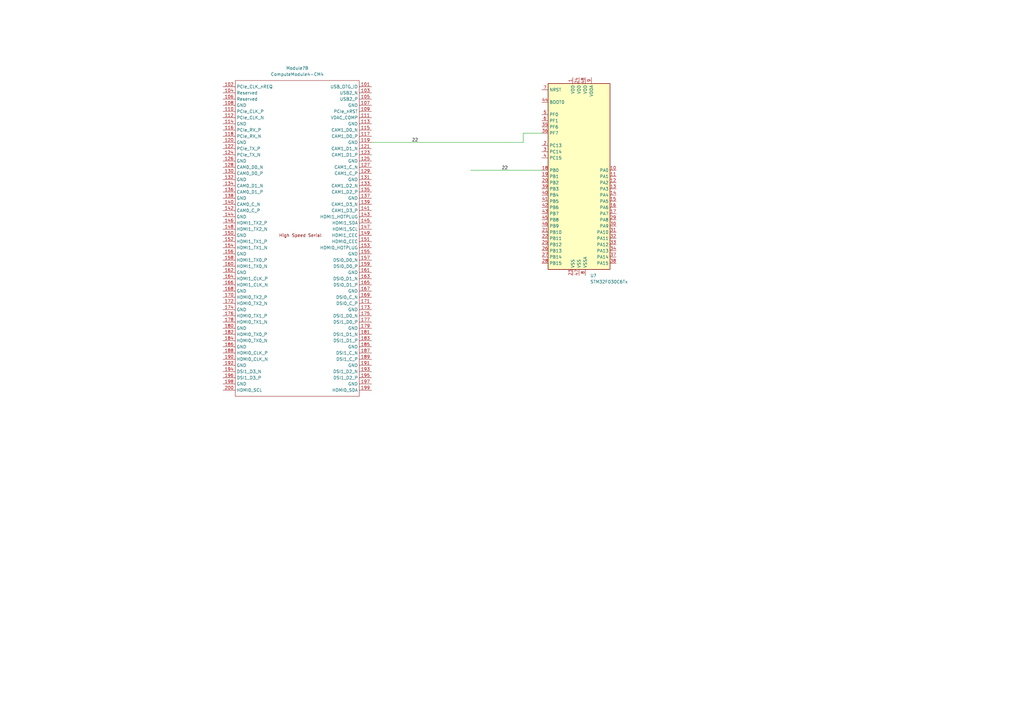
<source format=kicad_sch>
(kicad_sch (version 20211123) (generator eeschema)
  (paper "A3")
  (lib_symbols
    (symbol "MCU_ST_STM32F0:STM32F030C6Tx"
      (property "Reference" "U" (at -12.7 39.37 0))
      (property "Value" "STM32F030C6Tx" (at 7.62 39.37 0))
      (symbol "STM32F030C6Tx_0_1"
        (rectangle (start -12.7 -38.1) (end 12.7 38.1) (stroke (width 0.254)) (fill (type background)))
      )
      (symbol "STM32F030C6Tx_1_1"
        (pin power_in line (at -2.54 40.64 270) (length 2.54) (name "VDD") (number "1"))
        (pin bidirectional line (at 15.24 2.54 180) (length 2.54) (name "PA0") (number "10"))
        (pin bidirectional line (at 15.24 0 180) (length 2.54) (name "PA1") (number "11"))
        (pin bidirectional line (at 15.24 -2.54 180) (length 2.54) (name "PA2") (number "12"))
        (pin bidirectional line (at 15.24 -5.08 180) (length 2.54) (name "PA3") (number "13"))
        (pin bidirectional line (at 15.24 -7.62 180) (length 2.54) (name "PA4") (number "14"))
        (pin bidirectional line (at 15.24 -10.16 180) (length 2.54) (name "PA5") (number "15"))
        (pin bidirectional line (at 15.24 -12.7 180) (length 2.54) (name "PA6") (number "16"))
        (pin bidirectional line (at 15.24 -15.24 180) (length 2.54) (name "PA7") (number "17"))
        (pin bidirectional line (at -15.24 2.54 0) (length 2.54) (name "PB0") (number "18"))
        (pin bidirectional line (at -15.24 0 0) (length 2.54) (name "PB1") (number "19"))
        (pin bidirectional line (at -15.24 12.7 0) (length 2.54) (name "PC13") (number "2"))
        (pin bidirectional line (at -15.24 -2.54 0) (length 2.54) (name "PB2") (number "20"))
        (pin bidirectional line (at -15.24 -22.86 0) (length 2.54) (name "PB10") (number "21"))
        (pin bidirectional line (at -15.24 -25.4 0) (length 2.54) (name "PB11") (number "22"))
        (pin power_in line (at -2.54 -40.64 90) (length 2.54) (name "VSS") (number "23"))
        (pin power_in line (at 0 40.64 270) (length 2.54) (name "VDD") (number "24"))
        (pin bidirectional line (at -15.24 -27.94 0) (length 2.54) (name "PB12") (number "25"))
        (pin bidirectional line (at -15.24 -30.48 0) (length 2.54) (name "PB13") (number "26"))
        (pin bidirectional line (at -15.24 -33.02 0) (length 2.54) (name "PB14") (number "27"))
        (pin bidirectional line (at -15.24 -35.56 0) (length 2.54) (name "PB15") (number "28"))
        (pin bidirectional line (at 15.24 -17.78 180) (length 2.54) (name "PA8") (number "29"))
        (pin bidirectional line (at -15.24 10.16 0) (length 2.54) (name "PC14") (number "3"))
        (pin bidirectional line (at 15.24 -20.32 180) (length 2.54) (name "PA9") (number "30"))
        (pin bidirectional line (at 15.24 -22.86 180) (length 2.54) (name "PA10") (number "31"))
        (pin bidirectional line (at 15.24 -25.4 180) (length 2.54) (name "PA11") (number "32"))
        (pin bidirectional line (at 15.24 -27.94 180) (length 2.54) (name "PA12") (number "33"))
        (pin bidirectional line (at 15.24 -30.48 180) (length 2.54) (name "PA13") (number "34"))
        (pin bidirectional line (at -15.24 20.32 0) (length 2.54) (name "PF6") (number "35"))
        (pin bidirectional line (at -15.24 17.78 0) (length 2.54) (name "PF7") (number "36"))
        (pin bidirectional line (at 15.24 -33.02 180) (length 2.54) (name "PA14") (number "37"))
        (pin bidirectional line (at 15.24 -35.56 180) (length 2.54) (name "PA15") (number "38"))
        (pin bidirectional line (at -15.24 -5.08 0) (length 2.54) (name "PB3") (number "39"))
        (pin bidirectional line (at -15.24 7.62 0) (length 2.54) (name "PC15") (number "4"))
        (pin bidirectional line (at -15.24 -7.62 0) (length 2.54) (name "PB4") (number "40"))
        (pin bidirectional line (at -15.24 -10.16 0) (length 2.54) (name "PB5") (number "41"))
        (pin bidirectional line (at -15.24 -12.7 0) (length 2.54) (name "PB6") (number "42"))
        (pin bidirectional line (at -15.24 -15.24 0) (length 2.54) (name "PB7") (number "43"))
        (pin input line (at -15.24 30.48 0) (length 2.54) (name "BOOT0") (number "44"))
        (pin bidirectional line (at -15.24 -17.78 0) (length 2.54) (name "PB8") (number "45"))
        (pin bidirectional line (at -15.24 -20.32 0) (length 2.54) (name "PB9") (number "46"))
        (pin power_in line (at 0 -40.64 90) (length 2.54) (name "VSS") (number "47"))
        (pin power_in line (at 2.54 40.64 270) (length 2.54) (name "VDD") (number "48"))
        (pin input line (at -15.24 25.4 0) (length 2.54) (name "PF0") (number "5"))
        (pin input line (at -15.24 22.86 0) (length 2.54) (name "PF1") (number "6"))
        (pin input line (at -15.24 35.56 0) (length 2.54) (name "NRST") (number "7"))
        (pin power_in line (at 2.54 -40.64 90) (length 2.54) (name "VSSA") (number "8"))
        (pin power_in line (at 5.08 40.64 270) (length 2.54) (name "VDDA") (number "9"))
      )
    )
    (symbol "haha:ComputeModule4-CM4"
      (property "Reference" "Module1" (at -2.54 61.595 0))
      (property "Value" "ComputeModule4-CM4" (at -2.54 59.2836 0))
      (symbol "ComputeModule4-CM4_1_0"
        (text "GPIO" (at 0 6.35 0) (effects (font (size 1.27 1.27))))
      )
      (symbol "ComputeModule4-CM4_1_1"
        (rectangle (start -30.48 -71.12) (end 25.4 58.42))
        (text "600mA Max" (at -8.89 -53.34 0) (effects (font (size 1.27 1.27))))
        (text "600mA Max" (at -8.89 -48.26 0) (effects (font (size 1.27 1.27))))
        (text "NB SD signals are only available" (at -1.27 -27.94 0) (effects (font (size 1.27 1.27))))
        (text "on modules without eMMC" (at -1.27 -30.48 0) (effects (font (size 1.27 1.27))))
        (pin power_in line (at 27.94 55.88 180) (length 2.54) (name "GND") (number "1"))
        (pin passive line (at -33.02 45.72 0) (length 2.54) (name "Ethernet_Pair0_N") (number "10"))
        (pin output line (at -33.02 -68.58 0) (length 2.54) (name "nEXTRST") (number "100"))
        (pin passive line (at 27.94 43.18 180) (length 2.54) (name "Ethernet_Pair2_P") (number "11"))
        (pin passive line (at -33.02 43.18 0) (length 2.54) (name "Ethernet_Pair0_P") (number "12"))
        (pin power_in line (at 27.94 40.64 180) (length 2.54) (name "GND") (number "13"))
        (pin power_in line (at -33.02 40.64 0) (length 2.54) (name "GND") (number "14"))
        (pin output line (at 27.94 38.1 180) (length 2.54) (name "Ethernet_nLED3(3.3v)") (number "15"))
        (pin input line (at -33.02 38.1 0) (length 2.54) (name "Ethernet_SYNC_IN(1.8v)") (number "16"))
        (pin output line (at 27.94 35.56 180) (length 2.54) (name "Ethernet_nLED2(3.3v)") (number "17"))
        (pin input line (at -33.02 35.56 0) (length 2.54) (name "Ethernet_SYNC_OUT(1.8v)") (number "18"))
        (pin output line (at 27.94 33.02 180) (length 2.54) (name "Ethernet_nLED1(3.3v)") (number "19"))
        (pin power_in line (at -33.02 55.88 0) (length 2.54) (name "GND") (number "2"))
        (pin passive line (at -33.02 33.02 0) (length 2.54) (name "EEPROM_nWP") (number "20"))
        (pin open_collector line (at 27.94 30.48 180) (length 2.54) (name "PI_nLED_Activity") (number "21"))
        (pin power_in line (at -33.02 30.48 0) (length 2.54) (name "GND") (number "22"))
        (pin power_in line (at 27.94 27.94 180) (length 2.54) (name "GND") (number "23"))
        (pin passive line (at -33.02 27.94 0) (length 2.54) (name "GPIO26") (number "24"))
        (pin passive line (at 27.94 25.4 180) (length 2.54) (name "GPIO21") (number "25"))
        (pin passive line (at -33.02 25.4 0) (length 2.54) (name "GPIO19") (number "26"))
        (pin passive line (at 27.94 22.86 180) (length 2.54) (name "GPIO20") (number "27"))
        (pin passive line (at -33.02 22.86 0) (length 2.54) (name "GPIO13") (number "28"))
        (pin passive line (at 27.94 20.32 180) (length 2.54) (name "GPIO16") (number "29"))
        (pin passive line (at 27.94 53.34 180) (length 2.54) (name "Ethernet_Pair3_P") (number "3"))
        (pin passive line (at -33.02 20.32 0) (length 2.54) (name "GPIO6") (number "30"))
        (pin passive line (at 27.94 17.78 180) (length 2.54) (name "GPIO12") (number "31"))
        (pin power_in line (at -33.02 17.78 0) (length 2.54) (name "GND") (number "32"))
        (pin power_in line (at 27.94 15.24 180) (length 2.54) (name "GND") (number "33"))
        (pin passive line (at -33.02 15.24 0) (length 2.54) (name "GPIO5") (number "34"))
        (pin passive line (at 27.94 12.7 180) (length 2.54) (name "ID_SC") (number "35"))
        (pin passive line (at -33.02 12.7 0) (length 2.54) (name "ID_SD") (number "36"))
        (pin passive line (at 27.94 10.16 180) (length 2.54) (name "GPIO7") (number "37"))
        (pin passive line (at -33.02 10.16 0) (length 2.54) (name "GPIO11") (number "38"))
        (pin passive line (at 27.94 7.62 180) (length 2.54) (name "GPIO8") (number "39"))
        (pin passive line (at -33.02 53.34 0) (length 2.54) (name "Ethernet_Pair1_P") (number "4"))
        (pin passive line (at -33.02 7.62 0) (length 2.54) (name "GPIO9") (number "40"))
        (pin passive line (at 27.94 5.08 180) (length 2.54) (name "GPIO25") (number "41"))
        (pin power_in line (at -33.02 5.08 0) (length 2.54) (name "GND") (number "42"))
        (pin power_in line (at 27.94 2.54 180) (length 2.54) (name "GND") (number "43"))
        (pin passive line (at -33.02 2.54 0) (length 2.54) (name "GPIO10") (number "44"))
        (pin passive line (at 27.94 0 180) (length 2.54) (name "GPIO24") (number "45"))
        (pin passive line (at -33.02 0 0) (length 2.54) (name "GPIO22") (number "46"))
        (pin passive line (at 27.94 -2.54 180) (length 2.54) (name "GPIO23") (number "47"))
        (pin passive line (at -33.02 -2.54 0) (length 2.54) (name "GPIO27") (number "48"))
        (pin passive line (at 27.94 -5.08 180) (length 2.54) (name "GPIO18") (number "49"))
        (pin passive line (at 27.94 50.8 180) (length 2.54) (name "Ethernet_Pair3_N") (number "5"))
        (pin passive line (at -33.02 -5.08 0) (length 2.54) (name "GPIO17") (number "50"))
        (pin passive line (at 27.94 -7.62 180) (length 2.54) (name "GPIO15") (number "51"))
        (pin power_in line (at -33.02 -7.62 0) (length 2.54) (name "GND") (number "52"))
        (pin power_in line (at 27.94 -10.16 180) (length 2.54) (name "GND") (number "53"))
        (pin passive line (at -33.02 -10.16 0) (length 2.54) (name "GPIO4") (number "54"))
        (pin passive line (at 27.94 -12.7 180) (length 2.54) (name "GPIO14") (number "55"))
        (pin passive line (at -33.02 -12.7 0) (length 2.54) (name "GPIO3") (number "56"))
        (pin passive line (at 27.94 -15.24 180) (length 2.54) (name "SD_CLK") (number "57"))
        (pin passive line (at -33.02 -15.24 0) (length 2.54) (name "GPIO2") (number "58"))
        (pin power_in line (at 27.94 -17.78 180) (length 2.54) (name "GND") (number "59"))
        (pin passive line (at -33.02 50.8 0) (length 2.54) (name "Ethernet_Pair1_N") (number "6"))
        (pin power_in line (at -33.02 -17.78 0) (length 2.54) (name "GND") (number "60"))
        (pin passive line (at 27.94 -20.32 180) (length 2.54) (name "SD_DAT3") (number "61"))
        (pin passive line (at -33.02 -20.32 0) (length 2.54) (name "SD_CMD") (number "62"))
        (pin passive line (at 27.94 -22.86 180) (length 2.54) (name "SD_DAT0") (number "63"))
        (pin passive line (at -33.02 -22.86 0) (length 2.54) (name "SD_DAT5") (number "64"))
        (pin power_in line (at 27.94 -25.4 180) (length 2.54) (name "GND") (number "65"))
        (pin power_in line (at -33.02 -25.4 0) (length 2.54) (name "GND") (number "66"))
        (pin passive line (at 27.94 -27.94 180) (length 2.54) (name "SD_DAT1") (number "67"))
        (pin passive line (at -33.02 -27.94 0) (length 2.54) (name "SD_DAT4") (number "68"))
        (pin passive line (at 27.94 -30.48 180) (length 2.54) (name "SD_DAT2") (number "69"))
        (pin power_in line (at 27.94 48.26 180) (length 2.54) (name "GND") (number "7"))
        (pin passive line (at -33.02 -30.48 0) (length 2.54) (name "SD_DAT7") (number "70"))
        (pin power_in line (at 27.94 -33.02 180) (length 2.54) (name "GND") (number "71"))
        (pin passive line (at -33.02 -33.02 0) (length 2.54) (name "SD_DAT6") (number "72"))
        (pin input line (at 27.94 -35.56 180) (length 2.54) (name "SD_VDD_Override") (number "73"))
        (pin power_in line (at -33.02 -35.56 0) (length 2.54) (name "GND") (number "74"))
        (pin output line (at 27.94 -38.1 180) (length 2.54) (name "SD_PWR_ON") (number "75"))
        (pin passive line (at -33.02 -38.1 0) (length 2.54) (name "Reserved") (number "76"))
        (pin power_in line (at 27.94 -40.64 180) (length 2.54) (name "+5v_(Input)") (number "77"))
        (pin power_in line (at -33.02 -40.64 0) (length 2.54) (name "GPIO_VREF(1.8v/3.3v_Input)") (number "78"))
        (pin power_in line (at 27.94 -43.18 180) (length 2.54) (name "+5v_(Input)") (number "79"))
        (pin power_in line (at -33.02 48.26 0) (length 2.54) (name "GND") (number "8"))
        (pin passive line (at -33.02 -43.18 0) (length 2.54) (name "SCL0") (number "80"))
        (pin power_in line (at 27.94 -45.72 180) (length 2.54) (name "+5v_(Input)") (number "81"))
        (pin passive line (at -33.02 -45.72 0) (length 2.54) (name "SDA0") (number "82"))
        (pin power_in line (at 27.94 -48.26 180) (length 2.54) (name "+5v_(Input)") (number "83"))
        (pin power_out line (at -33.02 -48.26 0) (length 2.54) (name "+3.3v_(Output)") (number "84"))
        (pin power_in line (at 27.94 -50.8 180) (length 2.54) (name "+5v_(Input)") (number "85"))
        (pin power_out line (at -33.02 -50.8 0) (length 2.54) (name "+3.3v_(Output)") (number "86"))
        (pin power_in line (at 27.94 -53.34 180) (length 2.54) (name "+5v_(Input)") (number "87"))
        (pin power_out line (at -33.02 -53.34 0) (length 2.54) (name "+1.8v_(Output)") (number "88"))
        (pin input line (at 27.94 -55.88 180) (length 2.54) (name "WL_nDisable") (number "89"))
        (pin passive line (at 27.94 45.72 180) (length 2.54) (name "Ethernet_Pair2_N") (number "9"))
        (pin power_out line (at -33.02 -55.88 0) (length 2.54) (name "+1.8v_(Output)") (number "90"))
        (pin input line (at 27.94 -58.42 180) (length 2.54) (name "BT_nDisable") (number "91"))
        (pin passive line (at -33.02 -58.42 0) (length 2.54) (name "RUN_PG") (number "92"))
        (pin input line (at 27.94 -60.96 180) (length 2.54) (name "nRPIBOOT") (number "93"))
        (pin passive line (at -33.02 -60.96 0) (length 2.54) (name "AnalogIP1") (number "94"))
        (pin output line (at 27.94 -63.5 180) (length 2.54) (name "nPI_LED_PWR") (number "95"))
        (pin passive line (at -33.02 -63.5 0) (length 2.54) (name "AnalogIP0") (number "96"))
        (pin passive line (at 27.94 -66.04 180) (length 2.54) (name "Camera_GPIO") (number "97"))
        (pin power_in line (at -33.02 -66.04 0) (length 2.54) (name "GND") (number "98"))
        (pin input line (at 27.94 -68.58 180) (length 2.54) (name "Global_EN") (number "99"))
      )
      (symbol "ComputeModule4-CM4_2_1"
        (rectangle (start 114.3 -66.04) (end 165.1 63.5))
        (text "High Speed Serial" (at 140.97 0 0) (effects (font (size 1.27 1.27))))
        (pin input line (at 170.18 60.96 180) (length 5.08) (name "USB_OTG_ID") (number "101"))
        (pin input line (at 109.22 60.96 0) (length 5.08) (name "PCIe_CLK_nREQ") (number "102"))
        (pin passive line (at 170.18 58.42 180) (length 5.08) (name "USB2_N") (number "103"))
        (pin passive line (at 109.22 58.42 0) (length 5.08) (name "Reserved") (number "104"))
        (pin passive line (at 170.18 55.88 180) (length 5.08) (name "USB2_P") (number "105"))
        (pin passive line (at 109.22 55.88 0) (length 5.08) (name "Reserved") (number "106"))
        (pin power_in line (at 170.18 53.34 180) (length 5.08) (name "GND") (number "107"))
        (pin power_in line (at 109.22 53.34 0) (length 5.08) (name "GND") (number "108"))
        (pin bidirectional line (at 170.18 50.8 180) (length 5.08) (name "PCIe_nRST") (number "109"))
        (pin output line (at 109.22 50.8 0) (length 5.08) (name "PCIe_CLK_P") (number "110"))
        (pin passive line (at 170.18 48.26 180) (length 5.08) (name "VDAC_COMP") (number "111"))
        (pin output line (at 109.22 48.26 0) (length 5.08) (name "PCIe_CLK_N") (number "112"))
        (pin power_in line (at 170.18 45.72 180) (length 5.08) (name "GND") (number "113"))
        (pin power_in line (at 109.22 45.72 0) (length 5.08) (name "GND") (number "114"))
        (pin input line (at 170.18 43.18 180) (length 5.08) (name "CAM1_D0_N") (number "115"))
        (pin input line (at 109.22 43.18 0) (length 5.08) (name "PCIe_RX_P") (number "116"))
        (pin input line (at 170.18 40.64 180) (length 5.08) (name "CAM1_D0_P") (number "117"))
        (pin input line (at 109.22 40.64 0) (length 5.08) (name "PCIe_RX_N") (number "118"))
        (pin power_in line (at 170.18 38.1 180) (length 5.08) (name "GND") (number "119"))
        (pin power_in line (at 109.22 38.1 0) (length 5.08) (name "GND") (number "120"))
        (pin input line (at 170.18 35.56 180) (length 5.08) (name "CAM1_D1_N") (number "121"))
        (pin output line (at 109.22 35.56 0) (length 5.08) (name "PCIe_TX_P") (number "122"))
        (pin input line (at 170.18 33.02 180) (length 5.08) (name "CAM1_D1_P") (number "123"))
        (pin output line (at 109.22 33.02 0) (length 5.08) (name "PCIe_TX_N") (number "124"))
        (pin power_in line (at 170.18 30.48 180) (length 5.08) (name "GND") (number "125"))
        (pin power_in line (at 109.22 30.48 0) (length 5.08) (name "GND") (number "126"))
        (pin input line (at 170.18 27.94 180) (length 5.08) (name "CAM1_C_N") (number "127"))
        (pin input line (at 109.22 27.94 0) (length 5.08) (name "CAM0_D0_N") (number "128"))
        (pin input line (at 170.18 25.4 180) (length 5.08) (name "CAM1_C_P") (number "129"))
        (pin input line (at 109.22 25.4 0) (length 5.08) (name "CAM0_D0_P") (number "130"))
        (pin power_in line (at 170.18 22.86 180) (length 5.08) (name "GND") (number "131"))
        (pin power_in line (at 109.22 22.86 0) (length 5.08) (name "GND") (number "132"))
        (pin input line (at 170.18 20.32 180) (length 5.08) (name "CAM1_D2_N") (number "133"))
        (pin input line (at 109.22 20.32 0) (length 5.08) (name "CAM0_D1_N") (number "134"))
        (pin input line (at 170.18 17.78 180) (length 5.08) (name "CAM1_D2_P") (number "135"))
        (pin input line (at 109.22 17.78 0) (length 5.08) (name "CAM0_D1_P") (number "136"))
        (pin power_in line (at 170.18 15.24 180) (length 5.08) (name "GND") (number "137"))
        (pin power_in line (at 109.22 15.24 0) (length 5.08) (name "GND") (number "138"))
        (pin input line (at 170.18 12.7 180) (length 5.08) (name "CAM1_D3_N") (number "139"))
        (pin input line (at 109.22 12.7 0) (length 5.08) (name "CAM0_C_N") (number "140"))
        (pin input line (at 170.18 10.16 180) (length 5.08) (name "CAM1_D3_P") (number "141"))
        (pin input line (at 109.22 10.16 0) (length 5.08) (name "CAM0_C_P") (number "142"))
        (pin input line (at 170.18 7.62 180) (length 5.08) (name "HDMI1_HOTPLUG") (number "143"))
        (pin power_in line (at 109.22 7.62 0) (length 5.08) (name "GND") (number "144"))
        (pin bidirectional line (at 170.18 5.08 180) (length 5.08) (name "HDMI1_SDA") (number "145"))
        (pin output line (at 109.22 5.08 0) (length 5.08) (name "HDMI1_TX2_P") (number "146"))
        (pin open_collector line (at 170.18 2.54 180) (length 5.08) (name "HDMI1_SCL") (number "147"))
        (pin output line (at 109.22 2.54 0) (length 5.08) (name "HDMI1_TX2_N") (number "148"))
        (pin open_collector line (at 170.18 0 180) (length 5.08) (name "HDMI1_CEC") (number "149"))
        (pin power_in line (at 109.22 0 0) (length 5.08) (name "GND") (number "150"))
        (pin open_collector line (at 170.18 -2.54 180) (length 5.08) (name "HDMI0_CEC") (number "151"))
        (pin output line (at 109.22 -2.54 0) (length 5.08) (name "HDMI1_TX1_P") (number "152"))
        (pin input line (at 170.18 -5.08 180) (length 5.08) (name "HDMI0_HOTPLUG") (number "153"))
        (pin output line (at 109.22 -5.08 0) (length 5.08) (name "HDMI1_TX1_N") (number "154"))
        (pin power_in line (at 170.18 -7.62 180) (length 5.08) (name "GND") (number "155"))
        (pin power_in line (at 109.22 -7.62 0) (length 5.08) (name "GND") (number "156"))
        (pin output line (at 170.18 -10.16 180) (length 5.08) (name "DSI0_D0_N") (number "157"))
        (pin output line (at 109.22 -10.16 0) (length 5.08) (name "HDMI1_TX0_P") (number "158"))
        (pin output line (at 170.18 -12.7 180) (length 5.08) (name "DSI0_D0_P") (number "159"))
        (pin output line (at 109.22 -12.7 0) (length 5.08) (name "HDMI1_TX0_N") (number "160"))
        (pin power_in line (at 170.18 -15.24 180) (length 5.08) (name "GND") (number "161"))
        (pin power_in line (at 109.22 -15.24 0) (length 5.08) (name "GND") (number "162"))
        (pin output line (at 170.18 -17.78 180) (length 5.08) (name "DSI0_D1_N") (number "163"))
        (pin output line (at 109.22 -17.78 0) (length 5.08) (name "HDMI1_CLK_P") (number "164"))
        (pin output line (at 170.18 -20.32 180) (length 5.08) (name "DSI0_D1_P") (number "165"))
        (pin output line (at 109.22 -20.32 0) (length 5.08) (name "HDMI1_CLK_N") (number "166"))
        (pin power_in line (at 170.18 -22.86 180) (length 5.08) (name "GND") (number "167"))
        (pin power_in line (at 109.22 -22.86 0) (length 5.08) (name "GND") (number "168"))
        (pin output line (at 170.18 -25.4 180) (length 5.08) (name "DSI0_C_N") (number "169"))
        (pin output line (at 109.22 -25.4 0) (length 5.08) (name "HDMI0_TX2_P") (number "170"))
        (pin output line (at 170.18 -27.94 180) (length 5.08) (name "DSI0_C_P") (number "171"))
        (pin output line (at 109.22 -27.94 0) (length 5.08) (name "HDMI0_TX2_N") (number "172"))
        (pin power_in line (at 170.18 -30.48 180) (length 5.08) (name "GND") (number "173"))
        (pin power_in line (at 109.22 -30.48 0) (length 5.08) (name "GND") (number "174"))
        (pin output line (at 170.18 -33.02 180) (length 5.08) (name "DSI1_D0_N") (number "175"))
        (pin output line (at 109.22 -33.02 0) (length 5.08) (name "HDMI0_TX1_P") (number "176"))
        (pin output line (at 170.18 -35.56 180) (length 5.08) (name "DSI1_D0_P") (number "177"))
        (pin output line (at 109.22 -35.56 0) (length 5.08) (name "HDMI0_TX1_N") (number "178"))
        (pin power_in line (at 170.18 -38.1 180) (length 5.08) (name "GND") (number "179"))
        (pin power_in line (at 109.22 -38.1 0) (length 5.08) (name "GND") (number "180"))
        (pin output line (at 170.18 -40.64 180) (length 5.08) (name "DSI1_D1_N") (number "181"))
        (pin output line (at 109.22 -40.64 0) (length 5.08) (name "HDMI0_TX0_P") (number "182"))
        (pin output line (at 170.18 -43.18 180) (length 5.08) (name "DSI1_D1_P") (number "183"))
        (pin output line (at 109.22 -43.18 0) (length 5.08) (name "HDMI0_TX0_N") (number "184"))
        (pin power_in line (at 170.18 -45.72 180) (length 5.08) (name "GND") (number "185"))
        (pin power_in line (at 109.22 -45.72 0) (length 5.08) (name "GND") (number "186"))
        (pin output line (at 170.18 -48.26 180) (length 5.08) (name "DSI1_C_N") (number "187"))
        (pin output line (at 109.22 -48.26 0) (length 5.08) (name "HDMI0_CLK_P") (number "188"))
        (pin output line (at 170.18 -50.8 180) (length 5.08) (name "DSI1_C_P") (number "189"))
        (pin output line (at 109.22 -50.8 0) (length 5.08) (name "HDMI0_CLK_N") (number "190"))
        (pin power_in line (at 170.18 -53.34 180) (length 5.08) (name "GND") (number "191"))
        (pin power_in line (at 109.22 -53.34 0) (length 5.08) (name "GND") (number "192"))
        (pin output line (at 170.18 -55.88 180) (length 5.08) (name "DSI1_D2_N") (number "193"))
        (pin output line (at 109.22 -55.88 0) (length 5.08) (name "DSI1_D3_N") (number "194"))
        (pin output line (at 170.18 -58.42 180) (length 5.08) (name "DSI1_D2_P") (number "195"))
        (pin output line (at 109.22 -58.42 0) (length 5.08) (name "DSI1_D3_P") (number "196"))
        (pin power_in line (at 170.18 -60.96 180) (length 5.08) (name "GND") (number "197"))
        (pin power_in line (at 109.22 -60.96 0) (length 5.08) (name "GND") (number "198"))
        (pin bidirectional line (at 170.18 -63.5 180) (length 5.08) (name "HDMI0_SDA") (number "199"))
        (pin open_collector line (at 109.22 -63.5 0) (length 5.08) (name "HDMI0_SCL") (number "200"))
      )
    )
  )
  (wire (pts (xy 214.63 54.61) (xy 222.25 54.61)))
  (wire (pts (xy 193.04 69.85) (xy 222.25 69.85)))
  (wire (pts (xy 152.4 58.42) (xy 214.63 58.42)))
  (wire (pts (xy 214.63 58.42) (xy 214.63 54.61)))
  (label "22" (at 205.74 69.85 0))
  (label "22" (at 168.91 58.42 0))
  (symbol (lib_id "MCU_ST_STM32F0:STM32F030C6Tx") (at 237.49 72.39 0) (unit 1)
    (property "Reference" "U?" (at 242.0494 113.03 0) (effects (justify left)))
    (property "Value" "STM32F030C6Tx" (at 242.0494 115.57 0) (effects (justify left)))
    (property "Footprint" "Package_QFP:LQFP-48_7x7mm_P0.5mm" (effects hide))
    (property "Datasheet" "http://www.st.com/st-web-ui/static/active/en/resource/technical/document/datasheet/DM00088500.pdf" (effects hide))
  )
  (symbol (lib_id "haha:ComputeModule4-CM4") (at -17.78 96.52 0) (unit 2)
    (property "Reference" "Module?" (at 121.92 27.94 0))
    (property "Value" "ComputeModule4-CM4" (at 121.92 30.48 0))
    (property "Footprint" "CM4IO:Raspberry-Pi-4-Compute-Module" (effects hide))
    (property "Field4" "Hirose" (effects hide))
    (property "Field5" "2off DF40C-100DS-0.4V" (effects hide))
    (property "Field6" "2off DF40C-100DS-0.4V" (effects hide))
    (property "Field7" "Hirose" (effects hide))
    (property "Part Description" "	100 Position Connector Receptacle, Center Strip Contacts Surface Mount Gold" (effects hide))
  )
)
</source>
